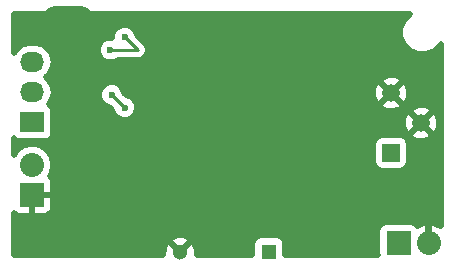
<source format=gbl>
G04 #@! TF.FileFunction,Copper,L2,Bot,Signal*
%FSLAX46Y46*%
G04 Gerber Fmt 4.6, Leading zero omitted, Abs format (unit mm)*
G04 Created by KiCad (PCBNEW 4.0.1-stable) date Tisdag 22 Mars 2016 22:05:33*
%MOMM*%
G01*
G04 APERTURE LIST*
%ADD10C,0.100000*%
%ADD11R,2.032000X1.727200*%
%ADD12O,2.032000X1.727200*%
%ADD13C,1.510000*%
%ADD14R,1.510000X1.510000*%
%ADD15R,1.300000X1.300000*%
%ADD16C,1.300000*%
%ADD17R,2.032000X2.032000*%
%ADD18O,2.032000X2.032000*%
%ADD19C,0.600000*%
%ADD20C,0.250000*%
%ADD21C,2.000000*%
%ADD22C,0.500000*%
G04 APERTURE END LIST*
D10*
D11*
X162400000Y-115900000D03*
D12*
X162400000Y-113360000D03*
X162400000Y-110820000D03*
D13*
X192775000Y-113445000D03*
D14*
X192775000Y-118525000D03*
D13*
X195315000Y-115985000D03*
D15*
X182400000Y-126900000D03*
D16*
X174900000Y-126900000D03*
D17*
X162375000Y-122050000D03*
D18*
X162375000Y-119510000D03*
D17*
X193400000Y-126150000D03*
D18*
X195940000Y-126150000D03*
D19*
X169000000Y-109800000D03*
X170210000Y-108710000D03*
X186950000Y-118225000D03*
X186775000Y-116125000D03*
X181600000Y-110300000D03*
X177300000Y-112100000D03*
X177300000Y-112800000D03*
X166500000Y-107100000D03*
X164300000Y-107100000D03*
X169100000Y-113600000D03*
X170210000Y-114700000D03*
D20*
X171300000Y-109800000D02*
X169000000Y-109800000D01*
X171300000Y-109800000D02*
X170210000Y-108710000D01*
X195965000Y-126175000D02*
X195965000Y-116635000D01*
X195965000Y-116635000D02*
X195315000Y-115985000D01*
X186950000Y-116300000D02*
X186950000Y-118225000D01*
X186775000Y-116125000D02*
X186950000Y-116300000D01*
X178100000Y-113900000D02*
X178100000Y-113800000D01*
X178100000Y-113800000D02*
X181600000Y-110300000D01*
X177300000Y-112800000D02*
X177300000Y-112100000D01*
X178100000Y-113900000D02*
X177300000Y-112800000D01*
D21*
X166500000Y-107100000D02*
X164300000Y-107100000D01*
X166500000Y-107100000D02*
X166400000Y-107200000D01*
X166400000Y-107200000D02*
X166400000Y-114300000D01*
D20*
X166500000Y-107100000D02*
X164300000Y-107100000D01*
X169110000Y-113600000D02*
X169100000Y-113600000D01*
X169110000Y-113600000D02*
X170210000Y-114700000D01*
D22*
G36*
X194353428Y-106730732D02*
X193832561Y-107250691D01*
X193550321Y-107930398D01*
X193549679Y-108666373D01*
X193830732Y-109346572D01*
X194350691Y-109867439D01*
X195030398Y-110149679D01*
X195766373Y-110150321D01*
X196446572Y-109869268D01*
X196967439Y-109349309D01*
X196975000Y-109331100D01*
X196975000Y-124710397D01*
X196350241Y-124424086D01*
X196221465Y-124398472D01*
X195944000Y-124565505D01*
X195944000Y-126146000D01*
X195964000Y-126146000D01*
X195964000Y-126154000D01*
X195944000Y-126154000D01*
X195944000Y-126174000D01*
X195936000Y-126174000D01*
X195936000Y-126154000D01*
X195916000Y-126154000D01*
X195916000Y-126146000D01*
X195936000Y-126146000D01*
X195936000Y-124565505D01*
X195658535Y-124398472D01*
X195529759Y-124424086D01*
X195005132Y-124664509D01*
X194964138Y-124600802D01*
X194713508Y-124429554D01*
X194416000Y-124369307D01*
X192384000Y-124369307D01*
X192106067Y-124421604D01*
X191850802Y-124585862D01*
X191679554Y-124836492D01*
X191619307Y-125134000D01*
X191619307Y-127166000D01*
X191621000Y-127175000D01*
X183814693Y-127175000D01*
X183814693Y-126250000D01*
X183762396Y-125972067D01*
X183598138Y-125716802D01*
X183347508Y-125545554D01*
X183050000Y-125485307D01*
X181750000Y-125485307D01*
X181472067Y-125537604D01*
X181216802Y-125701862D01*
X181045554Y-125952492D01*
X180985307Y-126250000D01*
X180985307Y-127175000D01*
X176298899Y-127175000D01*
X176317277Y-126671475D01*
X176121941Y-126146502D01*
X176063758Y-126059425D01*
X175783939Y-126021718D01*
X174905657Y-126900000D01*
X174919799Y-126914142D01*
X174914142Y-126919799D01*
X174900000Y-126905657D01*
X174885858Y-126919799D01*
X174880201Y-126914142D01*
X174894343Y-126900000D01*
X174016061Y-126021718D01*
X173736242Y-126059425D01*
X173503154Y-126568761D01*
X173482723Y-127128525D01*
X173500016Y-127175000D01*
X160825000Y-127175000D01*
X160825000Y-126016061D01*
X174021718Y-126016061D01*
X174900000Y-126894343D01*
X175778282Y-126016061D01*
X175740575Y-125736242D01*
X175231239Y-125503154D01*
X174671475Y-125482723D01*
X174146502Y-125678059D01*
X174059425Y-125736242D01*
X174021718Y-126016061D01*
X160825000Y-126016061D01*
X160825000Y-123603974D01*
X160929627Y-123708601D01*
X161208224Y-123824000D01*
X162181500Y-123824000D01*
X162371000Y-123634500D01*
X162371000Y-122054000D01*
X162379000Y-122054000D01*
X162379000Y-123634500D01*
X162568500Y-123824000D01*
X163541776Y-123824000D01*
X163820373Y-123708601D01*
X164033602Y-123495372D01*
X164149000Y-123216775D01*
X164149000Y-122243500D01*
X163959500Y-122054000D01*
X162379000Y-122054000D01*
X162371000Y-122054000D01*
X162351000Y-122054000D01*
X162351000Y-122046000D01*
X162371000Y-122046000D01*
X162371000Y-122026000D01*
X162379000Y-122026000D01*
X162379000Y-122046000D01*
X163959500Y-122046000D01*
X164149000Y-121856500D01*
X164149000Y-120883225D01*
X164033602Y-120604628D01*
X163870387Y-120441413D01*
X164041169Y-120185819D01*
X164175598Y-119510000D01*
X164041169Y-118834181D01*
X163658349Y-118261249D01*
X163085417Y-117878429D01*
X162540309Y-117770000D01*
X191255307Y-117770000D01*
X191255307Y-119280000D01*
X191307604Y-119557933D01*
X191471862Y-119813198D01*
X191722492Y-119984446D01*
X192020000Y-120044693D01*
X193530000Y-120044693D01*
X193807933Y-119992396D01*
X194063198Y-119828138D01*
X194234446Y-119577508D01*
X194294693Y-119280000D01*
X194294693Y-117770000D01*
X194242396Y-117492067D01*
X194078138Y-117236802D01*
X193827508Y-117065554D01*
X193530000Y-117005307D01*
X192020000Y-117005307D01*
X191742067Y-117057604D01*
X191486802Y-117221862D01*
X191315554Y-117472492D01*
X191255307Y-117770000D01*
X162540309Y-117770000D01*
X162409598Y-117744000D01*
X162340402Y-117744000D01*
X161664583Y-117878429D01*
X161091651Y-118261249D01*
X160825000Y-118660321D01*
X160825000Y-117279918D01*
X160835862Y-117296798D01*
X161086492Y-117468046D01*
X161384000Y-117528293D01*
X163416000Y-117528293D01*
X163693933Y-117475996D01*
X163949198Y-117311738D01*
X164120446Y-117061108D01*
X164144031Y-116944639D01*
X194361017Y-116944639D01*
X194411497Y-117235370D01*
X194958768Y-117485947D01*
X195560272Y-117508018D01*
X196124436Y-117298224D01*
X196218503Y-117235370D01*
X196268983Y-116944639D01*
X195315000Y-115990657D01*
X194361017Y-116944639D01*
X164144031Y-116944639D01*
X164180693Y-116763600D01*
X164180693Y-116230272D01*
X193791982Y-116230272D01*
X194001776Y-116794436D01*
X194064630Y-116888503D01*
X194355361Y-116938983D01*
X195309343Y-115985000D01*
X195320657Y-115985000D01*
X196274639Y-116938983D01*
X196565370Y-116888503D01*
X196815947Y-116341232D01*
X196838018Y-115739728D01*
X196628224Y-115175564D01*
X196565370Y-115081497D01*
X196274639Y-115031017D01*
X195320657Y-115985000D01*
X195309343Y-115985000D01*
X194355361Y-115031017D01*
X194064630Y-115081497D01*
X193814053Y-115628768D01*
X193791982Y-116230272D01*
X164180693Y-116230272D01*
X164180693Y-115036400D01*
X164128396Y-114758467D01*
X163964138Y-114503202D01*
X163800991Y-114391728D01*
X164077770Y-113977498D01*
X164111496Y-113807942D01*
X168049818Y-113807942D01*
X168209334Y-114194000D01*
X168504446Y-114489628D01*
X168890226Y-114649818D01*
X168922410Y-114649846D01*
X169159836Y-114887272D01*
X169159818Y-114907942D01*
X169319334Y-115294000D01*
X169614446Y-115589628D01*
X170000226Y-115749818D01*
X170417942Y-115750182D01*
X170804000Y-115590666D01*
X171099628Y-115295554D01*
X171211822Y-115025361D01*
X194361017Y-115025361D01*
X195315000Y-115979343D01*
X196268983Y-115025361D01*
X196218503Y-114734630D01*
X195671232Y-114484053D01*
X195069728Y-114461982D01*
X194505564Y-114671776D01*
X194411497Y-114734630D01*
X194361017Y-115025361D01*
X171211822Y-115025361D01*
X171259818Y-114909774D01*
X171260182Y-114492058D01*
X171224062Y-114404639D01*
X191821017Y-114404639D01*
X191871497Y-114695370D01*
X192418768Y-114945947D01*
X193020272Y-114968018D01*
X193584436Y-114758224D01*
X193678503Y-114695370D01*
X193728983Y-114404639D01*
X192775000Y-113450657D01*
X191821017Y-114404639D01*
X171224062Y-114404639D01*
X171100666Y-114106000D01*
X170805554Y-113810372D01*
X170516322Y-113690272D01*
X191251982Y-113690272D01*
X191461776Y-114254436D01*
X191524630Y-114348503D01*
X191815361Y-114398983D01*
X192769343Y-113445000D01*
X192780657Y-113445000D01*
X193734639Y-114398983D01*
X194025370Y-114348503D01*
X194275947Y-113801232D01*
X194298018Y-113199728D01*
X194088224Y-112635564D01*
X194025370Y-112541497D01*
X193734639Y-112491017D01*
X192780657Y-113445000D01*
X192769343Y-113445000D01*
X191815361Y-112491017D01*
X191524630Y-112541497D01*
X191274053Y-113088768D01*
X191251982Y-113690272D01*
X170516322Y-113690272D01*
X170419774Y-113650182D01*
X170397599Y-113650163D01*
X170150173Y-113402737D01*
X170150182Y-113392058D01*
X169990666Y-113006000D01*
X169695554Y-112710372D01*
X169309774Y-112550182D01*
X168892058Y-112549818D01*
X168506000Y-112709334D01*
X168210372Y-113004446D01*
X168050182Y-113390226D01*
X168049818Y-113807942D01*
X164111496Y-113807942D01*
X164200598Y-113360000D01*
X164077770Y-112742502D01*
X163905955Y-112485361D01*
X191821017Y-112485361D01*
X192775000Y-113439343D01*
X193728983Y-112485361D01*
X193678503Y-112194630D01*
X193131232Y-111944053D01*
X192529728Y-111921982D01*
X191965564Y-112131776D01*
X191871497Y-112194630D01*
X191821017Y-112485361D01*
X163905955Y-112485361D01*
X163727986Y-112219012D01*
X163534905Y-112090000D01*
X163727986Y-111960988D01*
X164077770Y-111437498D01*
X164200598Y-110820000D01*
X164077770Y-110202502D01*
X163947770Y-110007942D01*
X167949818Y-110007942D01*
X168109334Y-110394000D01*
X168404446Y-110689628D01*
X168790226Y-110849818D01*
X169207942Y-110850182D01*
X169594000Y-110690666D01*
X169609693Y-110675000D01*
X171300000Y-110675000D01*
X171634848Y-110608395D01*
X171918719Y-110418719D01*
X172108395Y-110134848D01*
X172175000Y-109800000D01*
X172108395Y-109465152D01*
X171918719Y-109181282D01*
X171260164Y-108522728D01*
X171260182Y-108502058D01*
X171100666Y-108116000D01*
X170805554Y-107820372D01*
X170419774Y-107660182D01*
X170002058Y-107659818D01*
X169616000Y-107819334D01*
X169320372Y-108114446D01*
X169160182Y-108500226D01*
X169159964Y-108750139D01*
X168792058Y-108749818D01*
X168406000Y-108909334D01*
X168110372Y-109204446D01*
X167950182Y-109590226D01*
X167949818Y-110007942D01*
X163947770Y-110007942D01*
X163727986Y-109679012D01*
X163204496Y-109329228D01*
X162586998Y-109206400D01*
X162213002Y-109206400D01*
X161595504Y-109329228D01*
X161072014Y-109679012D01*
X160825000Y-110048695D01*
X160825000Y-106725000D01*
X194367300Y-106725000D01*
X194353428Y-106730732D01*
X194353428Y-106730732D01*
G37*
X194353428Y-106730732D02*
X193832561Y-107250691D01*
X193550321Y-107930398D01*
X193549679Y-108666373D01*
X193830732Y-109346572D01*
X194350691Y-109867439D01*
X195030398Y-110149679D01*
X195766373Y-110150321D01*
X196446572Y-109869268D01*
X196967439Y-109349309D01*
X196975000Y-109331100D01*
X196975000Y-124710397D01*
X196350241Y-124424086D01*
X196221465Y-124398472D01*
X195944000Y-124565505D01*
X195944000Y-126146000D01*
X195964000Y-126146000D01*
X195964000Y-126154000D01*
X195944000Y-126154000D01*
X195944000Y-126174000D01*
X195936000Y-126174000D01*
X195936000Y-126154000D01*
X195916000Y-126154000D01*
X195916000Y-126146000D01*
X195936000Y-126146000D01*
X195936000Y-124565505D01*
X195658535Y-124398472D01*
X195529759Y-124424086D01*
X195005132Y-124664509D01*
X194964138Y-124600802D01*
X194713508Y-124429554D01*
X194416000Y-124369307D01*
X192384000Y-124369307D01*
X192106067Y-124421604D01*
X191850802Y-124585862D01*
X191679554Y-124836492D01*
X191619307Y-125134000D01*
X191619307Y-127166000D01*
X191621000Y-127175000D01*
X183814693Y-127175000D01*
X183814693Y-126250000D01*
X183762396Y-125972067D01*
X183598138Y-125716802D01*
X183347508Y-125545554D01*
X183050000Y-125485307D01*
X181750000Y-125485307D01*
X181472067Y-125537604D01*
X181216802Y-125701862D01*
X181045554Y-125952492D01*
X180985307Y-126250000D01*
X180985307Y-127175000D01*
X176298899Y-127175000D01*
X176317277Y-126671475D01*
X176121941Y-126146502D01*
X176063758Y-126059425D01*
X175783939Y-126021718D01*
X174905657Y-126900000D01*
X174919799Y-126914142D01*
X174914142Y-126919799D01*
X174900000Y-126905657D01*
X174885858Y-126919799D01*
X174880201Y-126914142D01*
X174894343Y-126900000D01*
X174016061Y-126021718D01*
X173736242Y-126059425D01*
X173503154Y-126568761D01*
X173482723Y-127128525D01*
X173500016Y-127175000D01*
X160825000Y-127175000D01*
X160825000Y-126016061D01*
X174021718Y-126016061D01*
X174900000Y-126894343D01*
X175778282Y-126016061D01*
X175740575Y-125736242D01*
X175231239Y-125503154D01*
X174671475Y-125482723D01*
X174146502Y-125678059D01*
X174059425Y-125736242D01*
X174021718Y-126016061D01*
X160825000Y-126016061D01*
X160825000Y-123603974D01*
X160929627Y-123708601D01*
X161208224Y-123824000D01*
X162181500Y-123824000D01*
X162371000Y-123634500D01*
X162371000Y-122054000D01*
X162379000Y-122054000D01*
X162379000Y-123634500D01*
X162568500Y-123824000D01*
X163541776Y-123824000D01*
X163820373Y-123708601D01*
X164033602Y-123495372D01*
X164149000Y-123216775D01*
X164149000Y-122243500D01*
X163959500Y-122054000D01*
X162379000Y-122054000D01*
X162371000Y-122054000D01*
X162351000Y-122054000D01*
X162351000Y-122046000D01*
X162371000Y-122046000D01*
X162371000Y-122026000D01*
X162379000Y-122026000D01*
X162379000Y-122046000D01*
X163959500Y-122046000D01*
X164149000Y-121856500D01*
X164149000Y-120883225D01*
X164033602Y-120604628D01*
X163870387Y-120441413D01*
X164041169Y-120185819D01*
X164175598Y-119510000D01*
X164041169Y-118834181D01*
X163658349Y-118261249D01*
X163085417Y-117878429D01*
X162540309Y-117770000D01*
X191255307Y-117770000D01*
X191255307Y-119280000D01*
X191307604Y-119557933D01*
X191471862Y-119813198D01*
X191722492Y-119984446D01*
X192020000Y-120044693D01*
X193530000Y-120044693D01*
X193807933Y-119992396D01*
X194063198Y-119828138D01*
X194234446Y-119577508D01*
X194294693Y-119280000D01*
X194294693Y-117770000D01*
X194242396Y-117492067D01*
X194078138Y-117236802D01*
X193827508Y-117065554D01*
X193530000Y-117005307D01*
X192020000Y-117005307D01*
X191742067Y-117057604D01*
X191486802Y-117221862D01*
X191315554Y-117472492D01*
X191255307Y-117770000D01*
X162540309Y-117770000D01*
X162409598Y-117744000D01*
X162340402Y-117744000D01*
X161664583Y-117878429D01*
X161091651Y-118261249D01*
X160825000Y-118660321D01*
X160825000Y-117279918D01*
X160835862Y-117296798D01*
X161086492Y-117468046D01*
X161384000Y-117528293D01*
X163416000Y-117528293D01*
X163693933Y-117475996D01*
X163949198Y-117311738D01*
X164120446Y-117061108D01*
X164144031Y-116944639D01*
X194361017Y-116944639D01*
X194411497Y-117235370D01*
X194958768Y-117485947D01*
X195560272Y-117508018D01*
X196124436Y-117298224D01*
X196218503Y-117235370D01*
X196268983Y-116944639D01*
X195315000Y-115990657D01*
X194361017Y-116944639D01*
X164144031Y-116944639D01*
X164180693Y-116763600D01*
X164180693Y-116230272D01*
X193791982Y-116230272D01*
X194001776Y-116794436D01*
X194064630Y-116888503D01*
X194355361Y-116938983D01*
X195309343Y-115985000D01*
X195320657Y-115985000D01*
X196274639Y-116938983D01*
X196565370Y-116888503D01*
X196815947Y-116341232D01*
X196838018Y-115739728D01*
X196628224Y-115175564D01*
X196565370Y-115081497D01*
X196274639Y-115031017D01*
X195320657Y-115985000D01*
X195309343Y-115985000D01*
X194355361Y-115031017D01*
X194064630Y-115081497D01*
X193814053Y-115628768D01*
X193791982Y-116230272D01*
X164180693Y-116230272D01*
X164180693Y-115036400D01*
X164128396Y-114758467D01*
X163964138Y-114503202D01*
X163800991Y-114391728D01*
X164077770Y-113977498D01*
X164111496Y-113807942D01*
X168049818Y-113807942D01*
X168209334Y-114194000D01*
X168504446Y-114489628D01*
X168890226Y-114649818D01*
X168922410Y-114649846D01*
X169159836Y-114887272D01*
X169159818Y-114907942D01*
X169319334Y-115294000D01*
X169614446Y-115589628D01*
X170000226Y-115749818D01*
X170417942Y-115750182D01*
X170804000Y-115590666D01*
X171099628Y-115295554D01*
X171211822Y-115025361D01*
X194361017Y-115025361D01*
X195315000Y-115979343D01*
X196268983Y-115025361D01*
X196218503Y-114734630D01*
X195671232Y-114484053D01*
X195069728Y-114461982D01*
X194505564Y-114671776D01*
X194411497Y-114734630D01*
X194361017Y-115025361D01*
X171211822Y-115025361D01*
X171259818Y-114909774D01*
X171260182Y-114492058D01*
X171224062Y-114404639D01*
X191821017Y-114404639D01*
X191871497Y-114695370D01*
X192418768Y-114945947D01*
X193020272Y-114968018D01*
X193584436Y-114758224D01*
X193678503Y-114695370D01*
X193728983Y-114404639D01*
X192775000Y-113450657D01*
X191821017Y-114404639D01*
X171224062Y-114404639D01*
X171100666Y-114106000D01*
X170805554Y-113810372D01*
X170516322Y-113690272D01*
X191251982Y-113690272D01*
X191461776Y-114254436D01*
X191524630Y-114348503D01*
X191815361Y-114398983D01*
X192769343Y-113445000D01*
X192780657Y-113445000D01*
X193734639Y-114398983D01*
X194025370Y-114348503D01*
X194275947Y-113801232D01*
X194298018Y-113199728D01*
X194088224Y-112635564D01*
X194025370Y-112541497D01*
X193734639Y-112491017D01*
X192780657Y-113445000D01*
X192769343Y-113445000D01*
X191815361Y-112491017D01*
X191524630Y-112541497D01*
X191274053Y-113088768D01*
X191251982Y-113690272D01*
X170516322Y-113690272D01*
X170419774Y-113650182D01*
X170397599Y-113650163D01*
X170150173Y-113402737D01*
X170150182Y-113392058D01*
X169990666Y-113006000D01*
X169695554Y-112710372D01*
X169309774Y-112550182D01*
X168892058Y-112549818D01*
X168506000Y-112709334D01*
X168210372Y-113004446D01*
X168050182Y-113390226D01*
X168049818Y-113807942D01*
X164111496Y-113807942D01*
X164200598Y-113360000D01*
X164077770Y-112742502D01*
X163905955Y-112485361D01*
X191821017Y-112485361D01*
X192775000Y-113439343D01*
X193728983Y-112485361D01*
X193678503Y-112194630D01*
X193131232Y-111944053D01*
X192529728Y-111921982D01*
X191965564Y-112131776D01*
X191871497Y-112194630D01*
X191821017Y-112485361D01*
X163905955Y-112485361D01*
X163727986Y-112219012D01*
X163534905Y-112090000D01*
X163727986Y-111960988D01*
X164077770Y-111437498D01*
X164200598Y-110820000D01*
X164077770Y-110202502D01*
X163947770Y-110007942D01*
X167949818Y-110007942D01*
X168109334Y-110394000D01*
X168404446Y-110689628D01*
X168790226Y-110849818D01*
X169207942Y-110850182D01*
X169594000Y-110690666D01*
X169609693Y-110675000D01*
X171300000Y-110675000D01*
X171634848Y-110608395D01*
X171918719Y-110418719D01*
X172108395Y-110134848D01*
X172175000Y-109800000D01*
X172108395Y-109465152D01*
X171918719Y-109181282D01*
X171260164Y-108522728D01*
X171260182Y-108502058D01*
X171100666Y-108116000D01*
X170805554Y-107820372D01*
X170419774Y-107660182D01*
X170002058Y-107659818D01*
X169616000Y-107819334D01*
X169320372Y-108114446D01*
X169160182Y-108500226D01*
X169159964Y-108750139D01*
X168792058Y-108749818D01*
X168406000Y-108909334D01*
X168110372Y-109204446D01*
X167950182Y-109590226D01*
X167949818Y-110007942D01*
X163947770Y-110007942D01*
X163727986Y-109679012D01*
X163204496Y-109329228D01*
X162586998Y-109206400D01*
X162213002Y-109206400D01*
X161595504Y-109329228D01*
X161072014Y-109679012D01*
X160825000Y-110048695D01*
X160825000Y-106725000D01*
X194367300Y-106725000D01*
X194353428Y-106730732D01*
M02*

</source>
